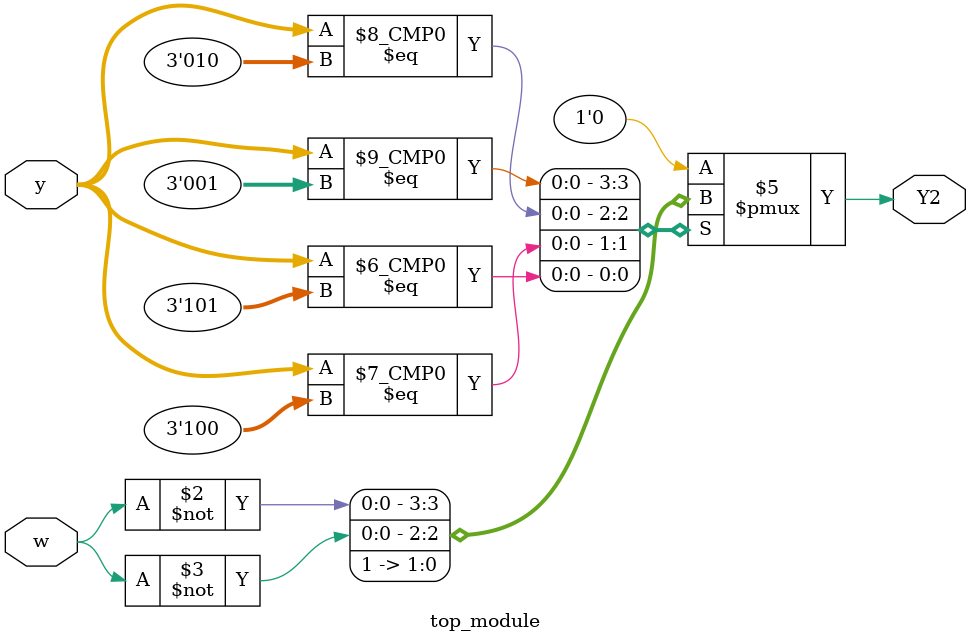
<source format=sv>
module top_module(
    input [3:1] y,
    input w,
    output reg Y2);

    always @(*) begin
        case (y)
            3'b000: Y2 = 0; // A
            3'b001: Y2 = ~w; // B
            3'b010: Y2 = ~w; // C
            3'b011: Y2 = 0; // D
            3'b100: Y2 = 1; // E
            3'b101: Y2 = 1; // F
            default: Y2 = 0; // For undefined states
        endcase
    end
endmodule

</source>
